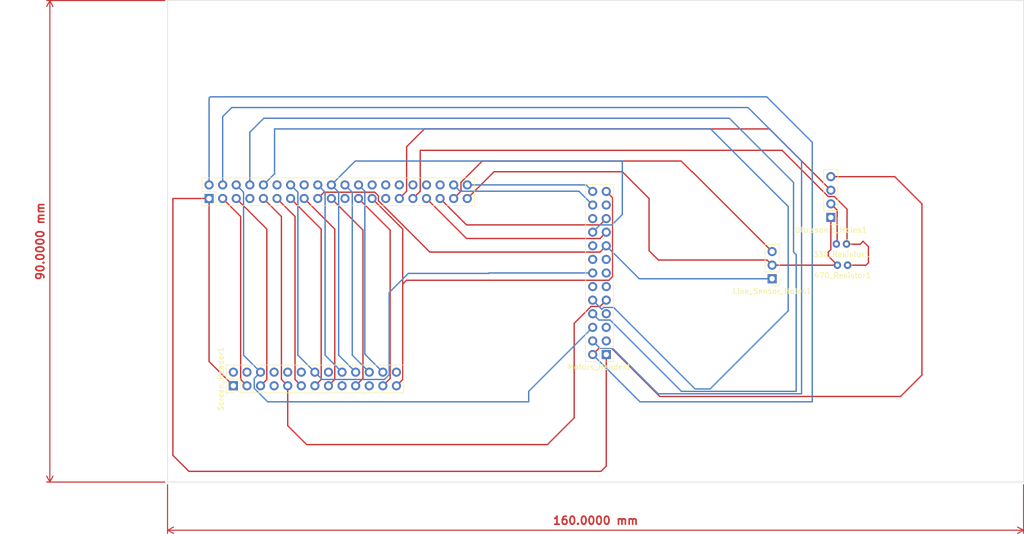
<source format=kicad_pcb>
(kicad_pcb (version 20221018) (generator pcbnew)
  (layers (0 "F.Cu" signal) (31 "B.Cu" signal) (34 "B.Paste" user) (35 "F.Paste" user) (36 "B.SilkS" user "B.Silkscreen") (37 "F.SilkS" user "F.Silkscreen") (38 "B.Mask" user) (39 "F.Mask" user) (44 "Edge.Cuts" user))
  (net 0 "")
  (net 1 "Net-(J1-GCLK2{slash}GPIO6)")
  (net 2 "Net-(Ultrasonic_Holes1-Echo)")
  (net 3 "Net-(Screen_Header1-3.3V_Power)")
  (net 4 "Net-(J1-SDA{slash}GPIO2)")
  (net 5 "Net-(Ultrasonic_Holes1-VCC)")
  (net 6 "Net-(J1-SCL{slash}GPIO3)")
  (net 8 "Net-(J1-GPIO14{slash}TXD)")
  (net 9 "Net-(J1-GPIO15{slash}RXD)")
  (net 10 "Net-(J1-GPIO17)")
  (net 12 "Net-(J1-GPIO27)")
  (net 13 "Net-(J1-GPIO22)")
  (net 15 "Net-(J1-5V-Pad4)")
  (net 16 "Net-(J1-GPIO24)")
  (net 17 "Net-(J1-MOSI0{slash}GPIO10)")
  (net 19 "Net-(J1-GPIO25)")
  (net 20 "Net-(J1-SCLK0{slash}GPIO11)")
  (net 21 "Net-(J1-~{CE0}{slash}GPIO8)")
  (net 25 "Net-(J1-GCLK1{slash}GPIO5)")
  (net 28 "Net-(J1-PWM1{slash}GPIO13)")
  (net 30 "Net-(J1-GPIO19{slash}MISO1)")
  (net 32 "Net-(J1-GPIO26)")
  (net 33 "Net-(J1-GPIO20{slash}MOSI1)")
  (net 34 "Net-(J1-GPIO21{slash}SCLK1)")
  (net 35 "Net-(J1-GND-Pad6)")
  (net 36 "Net-(J1-GND-Pad9)")
  (net 37 "Net-(J1-GND-Pad14)")
  (net 38 "Net-(Line_Sensor_Holes1-VCC)")
  (net 39 "Net-(J1-GND-Pad20)")
  (net 40 "Net-(J1-GND-Pad25)")
  (net 62 "Net-(Line_Sensor_Holes1-Ground)")
  (footprint "Connector_PinHeader_2.54mm:PinHeader_1x04_P2.54mm_Vertical" (layer "F.Cu") (at 202.975 112.54 180)
    (fp_text reference "Ultrasonic_Holes1" (at 0 -2.33 180) (layer "F.SilkS"))
    (fp_text value "Conn_01x04_Socket")
    (fp_line (start -1.33 -1.33) (end 0 -1.33) (stroke (width 0.12)) (layer "F.SilkS"))
    (fp_line (start -1.33 0) (end -1.33 -1.33) (stroke (width 0.12)) (layer "F.SilkS"))
    (fp_line (start -1.33 1.27) (end -1.33 8.95) (stroke (width 0.12)) (layer "F.SilkS"))
    (fp_line (start -1.33 1.27) (end 1.33 1.27) (stroke (width 0.12)) (layer "F.SilkS"))
    (fp_line (start -1.33 8.95) (end 1.33 8.95) (stroke (width 0.12)) (layer "F.SilkS"))
    (fp_line (start 1.33 1.27) (end 1.33 8.95) (stroke (width 0.12)) (layer "F.SilkS"))
    (pad "1" thru_hole rect (at 0 0 180) (size 1.7 1.7) (drill 1) (layers "*.Cu" "*.Mask") (net 62 "Net-(Line_Sensor_Holes1-Ground)"))
    (pad "2" thru_hole oval (at 0 2.54 180) (size 1.7 1.7) (drill 1) (layers "*.Cu" "*.Mask") (net 2 "Net-(Ultrasonic_Holes1-Echo)"))
    (pad "3" thru_hole oval (at 0 5.08 180) (size 1.7 1.7) (drill 1) (layers "*.Cu" "*.Mask") (net 25 "Net-(J1-GCLK1{slash}GPIO5)"))
    (pad "4" thru_hole oval (at 0 7.62 180) (size 1.7 1.7) (drill 1) (layers "*.Cu" "*.Mask") (net 5 "Net-(Ultrasonic_Holes1-VCC)"))
  )
  (footprint "Connector_PinHeader_2.54mm:PinHeader_2x13_P2.54mm_Vertical" (layer "F.Cu") (at 161 138.16 180)
    (fp_text reference "Motors_Header1" (at 1.27 -2.33 180) (layer "F.SilkS"))
    (fp_text value "Conn_02x13_Odd_Even")
    (fp_line (start -1.33 -1.33) (end 0 -1.33) (stroke (width 0.12)) (layer "F.SilkS"))
    (fp_line (start -1.33 0) (end -1.33 -1.33) (stroke (width 0.12)) (layer "F.SilkS"))
    (fp_line (start -1.33 1.27) (end -1.33 31.81) (stroke (width 0.12)) (layer "F.SilkS"))
    (fp_line (start -1.33 1.27) (end 1.27 1.27) (stroke (width 0.12)) (layer "F.SilkS"))
    (fp_line (start -1.33 31.81) (end 3.87 31.81) (stroke (width 0.12)) (layer "F.SilkS"))
    (fp_line (start 1.27 -1.33) (end 3.87 -1.33) (stroke (width 0.12)) (layer "F.SilkS"))
    (fp_line (start 1.27 1.27) (end 1.27 -1.33) (stroke (width 0.12)) (layer "F.SilkS"))
    (fp_line (start 3.87 -1.33) (end 3.87 31.81) (stroke (width 0.12)) (layer "F.SilkS"))
    (pad "1" thru_hole rect (at 0 0 180) (size 1.7 1.7) (drill 1) (layers "*.Cu" "*.Mask") (net 3 "Net-(Screen_Header1-3.3V_Power)"))
    (pad "2" thru_hole oval (at 2.54 0 180) (size 1.7 1.7) (drill 1) (layers "*.Cu" "*.Mask") (net 5 "Net-(Ultrasonic_Holes1-VCC)"))
    (pad "3" thru_hole oval (at 0 2.54 180) (size 1.7 1.7) (drill 1) (layers "*.Cu" "*.Mask"))
    (pad "4" thru_hole oval (at 2.54 2.54 180) (size 1.7 1.7) (drill 1) (layers "*.Cu" "*.Mask") (net 15 "Net-(J1-5V-Pad4)"))
    (pad "5" thru_hole oval (at 0 5.08 180) (size 1.7 1.7) (drill 1) (layers "*.Cu" "*.Mask"))
    (pad "6" thru_hole oval (at 2.54 5.08 180) (size 1.7 1.7) (drill 1) (layers "*.Cu" "*.Mask") (net 35 "Net-(J1-GND-Pad6)"))
    (pad "7" thru_hole oval (at 0 7.62 180) (size 1.7 1.7) (drill 1) (layers "*.Cu" "*.Mask"))
    (pad "8" thru_hole oval (at 2.54 7.62 180) (size 1.7 1.7) (drill 1) (layers "*.Cu" "*.Mask") (net 8 "Net-(J1-GPIO14{slash}TXD)"))
    (pad "9" thru_hole oval (at 0 10.16 180) (size 1.7 1.7) (drill 1) (layers "*.Cu" "*.Mask") (net 36 "Net-(J1-GND-Pad9)"))
    (pad "10" thru_hole oval (at 2.54 10.16 180) (size 1.7 1.7) (drill 1) (layers "*.Cu" "*.Mask") (net 9 "Net-(J1-GPIO15{slash}RXD)"))
    (pad "11" thru_hole oval (at 0 12.7 180) (size 1.7 1.7) (drill 1) (layers "*.Cu" "*.Mask"))
    (pad "12" thru_hole oval (at 2.54 12.7 180) (size 1.7 1.7) (drill 1) (layers "*.Cu" "*.Mask"))
    (pad "13" thru_hole oval (at 0 15.24 180) (size 1.7 1.7) (drill 1) (layers "*.Cu" "*.Mask"))
    (pad "14" thru_hole oval (at 2.54 15.24 180) (size 1.7 1.7) (drill 1) (layers "*.Cu" "*.Mask") (net 37 "Net-(J1-GND-Pad14)"))
    (pad "15" thru_hole oval (at 0 17.78 180) (size 1.7 1.7) (drill 1) (layers "*.Cu" "*.Mask"))
    (pad "16" thru_hole oval (at 2.54 17.78 180) (size 1.7 1.7) (drill 1) (layers "*.Cu" "*.Mask"))
    (pad "17" thru_hole oval (at 0 20.32 180) (size 1.7 1.7) (drill 1) (layers "*.Cu" "*.Mask") (net 38 "Net-(Line_Sensor_Holes1-VCC)"))
    (pad "18" thru_hole oval (at 2.54 20.32 180) (size 1.7 1.7) (drill 1) (layers "*.Cu" "*.Mask"))
    (pad "19" thru_hole oval (at 0 22.86 180) (size 1.7 1.7) (drill 1) (layers "*.Cu" "*.Mask") (net 28 "Net-(J1-PWM1{slash}GPIO13)"))
    (pad "20" thru_hole oval (at 2.54 22.86 180) (size 1.7 1.7) (drill 1) (layers "*.Cu" "*.Mask") (net 39 "Net-(J1-GND-Pad20)"))
    (pad "21" thru_hole oval (at 0 25.4 180) (size 1.7 1.7) (drill 1) (layers "*.Cu" "*.Mask") (net 30 "Net-(J1-GPIO19{slash}MISO1)"))
    (pad "22" thru_hole oval (at 2.54 25.4 180) (size 1.7 1.7) (drill 1) (layers "*.Cu" "*.Mask"))
    (pad "23" thru_hole oval (at 0 27.94 180) (size 1.7 1.7) (drill 1) (layers "*.Cu" "*.Mask"))
    (pad "24" thru_hole oval (at 2.54 27.94 180) (size 1.7 1.7) (drill 1) (layers "*.Cu" "*.Mask") (net 33 "Net-(J1-GPIO20{slash}MOSI1)"))
    (pad "25" thru_hole oval (at 0 30.48 180) (size 1.7 1.7) (drill 1) (layers "*.Cu" "*.Mask") (net 40 "Net-(J1-GND-Pad25)"))
    (pad "26" thru_hole oval (at 2.54 30.48 180) (size 1.7 1.7) (drill 1) (layers "*.Cu" "*.Mask") (net 34 "Net-(J1-GPIO21{slash}SCLK1)"))
  )
  (footprint "Connector_PinHeader_2.54mm:PinHeader_2x20_P2.54mm_Vertical" (layer "F.Cu") (at 86.76 109 90)
    (fp_text reference "J1" hide)
    (fp_text value "Raspberry_Pi_2_3")
    (fp_line (start -1.33 -1.33) (end 0 -1.33) (stroke (width 0.12)) (layer "F.SilkS"))
    (fp_line (start -1.33 0) (end -1.33 -1.33) (stroke (width 0.12)) (layer "F.SilkS"))
    (fp_line (start -1.33 1.27) (end -1.33 49.59) (stroke (width 0.12)) (layer "F.SilkS"))
    (fp_line (start -1.33 1.27) (end 1.27 1.27) (stroke (width 0.12)) (layer "F.SilkS"))
    (fp_line (start -1.33 49.59) (end 3.87 49.59) (stroke (width 0.12)) (layer "F.SilkS"))
    (fp_line (start 1.27 -1.33) (end 3.87 -1.33) (stroke (width 0.12)) (layer "F.SilkS"))
    (fp_line (start 1.27 1.27) (end 1.27 -1.33) (stroke (width 0.12)) (layer "F.SilkS"))
    (fp_line (start 3.87 -1.33) (end 3.87 49.59) (stroke (width 0.12)) (layer "F.SilkS"))
    (pad "1" thru_hole rect (at 0 0 90) (size 1.7 1.7) (drill 1) (layers "*.Cu" "*.Mask") (net 3 "Net-(Screen_Header1-3.3V_Power)"))
    (pad "2" thru_hole oval (at 2.54 0 90) (size 1.7 1.7) (drill 1) (layers "*.Cu" "*.Mask") (net 5 "Net-(Ultrasonic_Holes1-VCC)"))
    (pad "3" thru_hole oval (at 0 2.54 90) (size 1.7 1.7) (drill 1) (layers "*.Cu" "*.Mask") (net 4 "Net-(J1-SDA{slash}GPIO2)"))
    (pad "4" thru_hole oval (at 2.54 2.54 90) (size 1.7 1.7) (drill 1) (layers "*.Cu" "*.Mask") (net 15 "Net-(J1-5V-Pad4)"))
    (pad "5" thru_hole oval (at 0 5.08 90) (size 1.7 1.7) (drill 1) (layers "*.Cu" "*.Mask") (net 6 "Net-(J1-SCL{slash}GPIO3)"))
    (pad "6" thru_hole oval (at 2.54 5.08 90) (size 1.7 1.7) (drill 1) (layers "*.Cu" "*.Mask") (net 35 "Net-(J1-GND-Pad6)"))
    (pad "7" thru_hole oval (at 0 7.62 90) (size 1.7 1.7) (drill 1) (layers "*.Cu" "*.Mask"))
    (pad "8" thru_hole oval (at 2.54 7.62 90) (size 1.7 1.7) (drill 1) (layers "*.Cu" "*.Mask") (net 8 "Net-(J1-GPIO14{slash}TXD)"))
    (pad "9" thru_hole oval (at 0 10.16 90) (size 1.7 1.7) (drill 1) (layers "*.Cu" "*.Mask") (net 36 "Net-(J1-GND-Pad9)"))
    (pad "10" thru_hole oval (at 2.54 10.16 90) (size 1.7 1.7) (drill 1) (layers "*.Cu" "*.Mask") (net 9 "Net-(J1-GPIO15{slash}RXD)"))
    (pad "11" thru_hole oval (at 0 12.7 90) (size 1.7 1.7) (drill 1) (layers "*.Cu" "*.Mask") (net 10 "Net-(J1-GPIO17)"))
    (pad "12" thru_hole oval (at 2.54 12.7 90) (size 1.7 1.7) (drill 1) (layers "*.Cu" "*.Mask"))
    (pad "13" thru_hole oval (at 0 15.24 90) (size 1.7 1.7) (drill 1) (layers "*.Cu" "*.Mask") (net 12 "Net-(J1-GPIO27)"))
    (pad "14" thru_hole oval (at 2.54 15.24 90) (size 1.7 1.7) (drill 1) (layers "*.Cu" "*.Mask") (net 37 "Net-(J1-GND-Pad14)"))
    (pad "15" thru_hole oval (at 0 17.78 90) (size 1.7 1.7) (drill 1) (layers "*.Cu" "*.Mask") (net 13 "Net-(J1-GPIO22)"))
    (pad "16" thru_hole oval (at 2.54 17.78 90) (size 1.7 1.7) (drill 1) (layers "*.Cu" "*.Mask"))
    (pad "17" thru_hole oval (at 0 20.32 90) (size 1.7 1.7) (drill 1) (layers "*.Cu" "*.Mask") (net 38 "Net-(Line_Sensor_Holes1-VCC)"))
    (pad "18" thru_hole oval (at 2.54 20.32 90) (size 1.7 1.7) (drill 1) (layers "*.Cu" "*.Mask") (net 16 "Net-(J1-GPIO24)"))
    (pad "19" thru_hole oval (at 0 22.86 90) (size 1.7 1.7) (drill 1) (layers "*.Cu" "*.Mask") (net 17 "Net-(J1-MOSI0{slash}GPIO10)"))
    (pad "20" thru_hole oval (at 2.54 22.86 90) (size 1.7 1.7) (drill 1) (layers "*.Cu" "*.Mask") (net 39 "Net-(J1-GND-Pad20)"))
    (pad "21" thru_hole oval (at 0 25.4 90) (size 1.7 1.7) (drill 1) (layers "*.Cu" "*.Mask"))
    (pad "22" thru_hole oval (at 2.54 25.4 90) (size 1.7 1.7) (drill 1) (layers "*.Cu" "*.Mask") (net 19 "Net-(J1-GPIO25)"))
    (pad "23" thru_hole oval (at 0 27.94 90) (size 1.7 1.7) (drill 1) (layers "*.Cu" "*.Mask") (net 20 "Net-(J1-SCLK0{slash}GPIO11)"))
    (pad "24" thru_hole oval (at 2.54 27.94 90) (size 1.7 1.7) (drill 1) (layers "*.Cu" "*.Mask") (net 21 "Net-(J1-~{CE0}{slash}GPIO8)"))
    (pad "25" thru_hole oval (at 0 30.48 90) (size 1.7 1.7) (drill 1) (layers "*.Cu" "*.Mask") (net 40 "Net-(J1-GND-Pad25)"))
    (pad "26" thru_hole oval (at 2.54 30.48 90) (size 1.7 1.7) (drill 1) (layers "*.Cu" "*.Mask"))
    (pad "27" thru_hole oval (at 0 33.02 90) (size 1.7 1.7) (drill 1) (layers "*.Cu" "*.Mask"))
    (pad "28" thru_hole oval (at 2.54 33.02 90) (size 1.7 1.7) (drill 1) (layers "*.Cu" "*.Mask"))
    (pad "29" thru_hole oval (at 0 35.56 90) (size 1.7 1.7) (drill 1) (layers "*.Cu" "*.Mask") (net 25 "Net-(J1-GCLK1{slash}GPIO5)"))
    (pad "30" thru_hole oval (at 2.54 35.56 90) (size 1.7 1.7) (drill 1) (layers "*.Cu" "*.Mask"))
    (pad "31" thru_hole oval (at 0 38.1 90) (size 1.7 1.7) (drill 1) (layers "*.Cu" "*.Mask") (net 1 "Net-(J1-GCLK2{slash}GPIO6)"))
    (pad "32" thru_hole oval (at 2.54 38.1 90) (size 1.7 1.7) (drill 1) (layers "*.Cu" "*.Mask"))
    (pad "33" thru_hole oval (at 0 40.64 90) (size 1.7 1.7) (drill 1) (layers "*.Cu" "*.Mask") (net 28 "Net-(J1-PWM1{slash}GPIO13)"))
    (pad "34" thru_hole oval (at 2.54 40.64 90) (size 1.7 1.7) (drill 1) (layers "*.Cu" "*.Mask"))
    (pad "35" thru_hole oval (at 0 43.18 90) (size 1.7 1.7) (drill 1) (layers "*.Cu" "*.Mask") (net 30 "Net-(J1-GPIO19{slash}MISO1)"))
    (pad "36" thru_hole oval (at 2.54 43.18 90) (size 1.7 1.7) (drill 1) (layers "*.Cu" "*.Mask"))
    (pad "37" thru_hole oval (at 0 45.72 90) (size 1.7 1.7) (drill 1) (layers "*.Cu" "*.Mask") (net 32 "Net-(J1-GPIO26)"))
    (pad "38" thru_hole oval (at 2.54 45.72 90) (size 1.7 1.7) (drill 1) (layers "*.Cu" "*.Mask") (net 33 "Net-(J1-GPIO20{slash}MOSI1)"))
    (pad "39" thru_hole oval (at 0 48.26 90) (size 1.7 1.7) (drill 1) (layers "*.Cu" "*.Mask") (net 62 "Net-(Line_Sensor_Holes1-Ground)"))
    (pad "40" thru_hole oval (at 2.54 48.26 90) (size 1.7 1.7) (drill 1) (layers "*.Cu" "*.Mask") (net 34 "Net-(J1-GPIO21{slash}SCLK1)"))
  )
  (footprint "Resistor_THT:R_Axial_DIN0204_L3.6mm_D1.6mm_P1.90mm_Vertical" (layer "F.Cu") (at 205.9 117.5 180)
    (fp_text reference "330_Resistor1" (at 0.95 -1.92) (layer "F.SilkS"))
    (fp_text value "R_Small" hide)
    (fp_arc (start 0.320095 0.749359) (mid -0.813042 -0.054435) (end 0.417133 -0.7) (stroke (width 0.12)) (layer "F.SilkS"))
    (pad "1" thru_hole circle (at 0 0 180) (size 1.4 1.4) (drill 0.7) (layers "*.Cu" "*.Mask") (net 1 "Net-(J1-GCLK2{slash}GPIO6)"))
    (pad "2" thru_hole oval (at 1.9 0 180) (size 1.4 1.4) (drill 0.7) (layers "*.Cu" "*.Mask") (net 2 "Net-(Ultrasonic_Holes1-Echo)"))
  )
  (footprint "Connector_PinHeader_2.54mm:PinHeader_2x13_P2.54mm_Vertical" (layer "F.Cu") (at 91.3 144 90)
    (fp_text reference "Screen_Header1" (at 1.27 -2.33 90) (layer "F.SilkS"))
    (fp_text value "Conn_02x13_Odd_Even")
    (fp_line (start -1.33 -1.33) (end 0 -1.33) (stroke (width 0.12)) (layer "F.SilkS"))
    (fp_line (start -1.33 0) (end -1.33 -1.33) (stroke (width 0.12)) (layer "F.SilkS"))
    (fp_line (start -1.33 1.27) (end -1.33 31.81) (stroke (width 0.12)) (layer "F.SilkS"))
    (fp_line (start -1.33 1.27) (end 1.27 1.27) (stroke (width 0.12)) (layer "F.SilkS"))
    (fp_line (start -1.33 31.81) (end 3.87 31.81) (stroke (width 0.12)) (layer "F.SilkS"))
    (fp_line (start 1.27 -1.33) (end 3.87 -1.33) (stroke (width 0.12)) (layer "F.SilkS"))
    (fp_line (start 1.27 1.27) (end 1.27 -1.33) (stroke (width 0.12)) (layer "F.SilkS"))
    (fp_line (start 3.87 -1.33) (end 3.87 31.81) (stroke (width 0.12)) (layer "F.SilkS"))
    (pad "1" thru_hole rect (at 0 0 90) (size 1.7 1.7) (drill 1) (layers "*.Cu" "*.Mask") (net 3 "Net-(Screen_Header1-3.3V_Power)"))
    (pad "2" thru_hole oval (at 2.54 0 90) (size 1.7 1.7) (drill 1) (layers "*.Cu" "*.Mask"))
    (pad "3" thru_hole oval (at 0 2.54 90) (size 1.7 1.7) (drill 1) (layers "*.Cu" "*.Mask") (net 4 "Net-(J1-SDA{slash}GPIO2)"))
    (pad "4" thru_hole oval (at 2.54 2.54 90) (size 1.7 1.7) (drill 1) (layers "*.Cu" "*.Mask"))
    (pad "5" thru_hole oval (at 0 5.08 90) (size 1.7 1.7) (drill 1) (layers "*.Cu" "*.Mask") (net 6 "Net-(J1-SCL{slash}GPIO3)"))
    (pad "6" thru_hole oval (at 2.54 5.08 90) (size 1.7 1.7) (drill 1) (layers "*.Cu" "*.Mask") (net 35 "Net-(J1-GND-Pad6)"))
    (pad "7" thru_hole oval (at 0 7.62 90) (size 1.7 1.7) (drill 1) (layers "*.Cu" "*.Mask"))
    (pad "8" thru_hole oval (at 2.54 7.62 90) (size 1.7 1.7) (drill 1) (layers "*.Cu" "*.Mask"))
    (pad "9" thru_hole oval (at 0 10.16 90) (size 1.7 1.7) (drill 1) (layers "*.Cu" "*.Mask") (net 36 "Net-(J1-GND-Pad9)"))
    (pad "10" thru_hole oval (at 2.54 10.16 90) (size 1.7 1.7) (drill 1) (layers "*.Cu" "*.Mask"))
    (pad "11" thru_hole oval (at 0 12.7 90) (size 1.7 1.7) (drill 1) (layers "*.Cu" "*.Mask") (net 10 "Net-(J1-GPIO17)"))
    (pad "12" thru_hole oval (at 2.54 12.7 90) (size 1.7 1.7) (drill 1) (layers "*.Cu" "*.Mask"))
    (pad "13" thru_hole oval (at 0 15.24 90) (size 1.7 1.7) (drill 1) (layers "*.Cu" "*.Mask") (net 12 "Net-(J1-GPIO27)"))
    (pad "14" thru_hole oval (at 2.54 15.24 90) (size 1.7 1.7) (drill 1) (layers "*.Cu" "*.Mask") (net 37 "Net-(J1-GND-Pad14)"))
    (pad "15" thru_hole oval (at 0 17.78 90) (size 1.7 1.7) (drill 1) (layers "*.Cu" "*.Mask") (net 13 "Net-(J1-GPIO22)"))
    (pad "16" thru_hole oval (at 2.54 17.78 90) (size 1.7 1.7) (drill 1) (layers "*.Cu" "*.Mask"))
    (pad "17" thru_hole oval (at 0 20.32 90) (size 1.7 1.7) (drill 1) (layers "*.Cu" "*.Mask"))
    (pad "18" thru_hole oval (at 2.54 20.32 90) (size 1.7 1.7) (drill 1) (layers "*.Cu" "*.Mask") (net 16 "Net-(J1-GPIO24)"))
    (pad "19" thru_hole oval (at 0 22.86 90) (size 1.7 1.7) (drill 1) (layers "*.Cu" "*.Mask") (net 17 "Net-(J1-MOSI0{slash}GPIO10)"))
    (pad "20" thru_hole oval (at 2.54 22.86 90) (size 1.7 1.7) (drill 1) (layers "*.Cu" "*.Mask") (net 39 "Net-(J1-GND-Pad20)"))
    (pad "21" thru_hole oval (at 0 25.4 90) (size 1.7 1.7) (drill 1) (layers "*.Cu" "*.Mask"))
    (pad "22" thru_hole oval (at 2.54 25.4 90) (size 1.7 1.7) (drill 1) (layers "*.Cu" "*.Mask") (net 19 "Net-(J1-GPIO25)"))
    (pad "23" thru_hole oval (at 0 27.94 90) (size 1.7 1.7) (drill 1) (layers "*.Cu" "*.Mask") (net 20 "Net-(J1-SCLK0{slash}GPIO11)"))
    (pad "24" thru_hole oval (at 2.54 27.94 90) (size 1.7 1.7) (drill 1) (layers "*.Cu" "*.Mask") (net 21 "Net-(J1-~{CE0}{slash}GPIO8)"))
    (pad "25" thru_hole oval (at 0 30.48 90) (size 1.7 1.7) (drill 1) (layers "*.Cu" "*.Mask") (net 40 "Net-(J1-GND-Pad25)"))
    (pad "26" thru_hole oval (at 2.54 30.48 90) (size 1.7 1.7) (drill 1) (layers "*.Cu" "*.Mask"))
  )
  (footprint "Connector_PinHeader_2.54mm:PinHeader_1x03_P2.54mm_Vertical" (layer "F.Cu") (at 192 124 180)
    (fp_text reference "Line_Sensor_Holes1" (at 0 -2.33 180) (layer "F.SilkS"))
    (fp_text value "Conn_01x03_Socket")
    (fp_line (start -1.33 -1.33) (end 0 -1.33) (stroke (width 0.12)) (layer "F.SilkS"))
    (fp_line (start -1.33 0) (end -1.33 -1.33) (stroke (width 0.12)) (layer "F.SilkS"))
    (fp_line (start -1.33 1.27) (end -1.33 6.41) (stroke (width 0.12)) (layer "F.SilkS"))
    (fp_line (start -1.33 1.27) (end 1.33 1.27) (stroke (width 0.12)) (layer "F.SilkS"))
    (fp_line (start -1.33 6.41) (end 1.33 6.41) (stroke (width 0.12)) (layer "F.SilkS"))
    (fp_line (start 1.33 1.27) (end 1.33 6.41) (stroke (width 0.12)) (layer "F.SilkS"))
    (pad "1" thru_hole rect (at 0 0 180) (size 1.7 1.7) (drill 1) (layers "*.Cu" "*.Mask") (net 38 "Net-(Line_Sensor_Holes1-VCC)"))
    (pad "2" thru_hole oval (at 0 2.54 180) (size 1.7 1.7) (drill 1) (layers "*.Cu" "*.Mask") (net 62 "Net-(Line_Sensor_Holes1-Ground)"))
    (pad "3" thru_hole oval (at 0 5.08 180) (size 1.7 1.7) (drill 1) (layers "*.Cu" "*.Mask") (net 32 "Net-(J1-GPIO26)"))
  )
  (footprint "Resistor_THT:R_Axial_DIN0204_L3.6mm_D1.6mm_P1.90mm_Vertical" (layer "F.Cu") (at 206.1 121.46 180)
    (fp_text reference "470_Resistor1" (at 0.95 -1.92) (layer "F.SilkS"))
    (fp_text value "R_Small")
    (fp_arc (start 0.320095 0.749359) (mid -0.813042 -0.054435) (end 0.417133 -0.7) (stroke (width 0.12)) (layer "F.SilkS"))
    (pad "1" thru_hole circle (at 0 0 180) (size 1.4 1.4) (drill 0.7) (layers "*.Cu" "*.Mask") (net 1 "Net-(J1-GCLK2{slash}GPIO6)"))
    (pad "2" thru_hole oval (at 1.9 0 180) (size 1.4 1.4) (drill 0.7) (layers "*.Cu" "*.Mask") (net 62 "Net-(Line_Sensor_Holes1-Ground)"))
  )
  (gr_rect (start 79 72) (end 239 162) (stroke (width 0.1)) (fill none) (layer "Edge.Cuts"))
  (dimension (type aligned) (layer "F.Cu") (pts (xy 79 162) (xy 239 162)) (height 9) (gr_text "160.0000 mm" (at 159 169.2) (layer "F.Cu") (effects (font (size 1.5 1.5) (thickness 0.3)))) (format (prefix "") (suffix "") (units 3) (units_format 1) (precision 4)) (style (thickness 0.2) (arrow_length 1.27) (text_position_mode 0) (extension_height 0.58642) (extension_offset 0.5) keep_text_aligned))
  (dimension (type aligned) (layer "F.Cu") (pts (xy 79 72) (xy 79 162)) (height 22) (gr_text "90.0000 mm" (at 55.2 117 90) (layer "F.Cu") (effects (font (size 1.5 1.5) (thickness 0.3)))) (format (prefix "") (suffix "") (units 3) (units_format 1) (precision 4)) (style (thickness 0.2) (arrow_length 1.27) (text_position_mode 0) (extension_height 0.58642) (extension_offset 0.5) keep_text_aligned))
  (segment (start 209.38 121.46) (end 209.46 121.54) (width 0.25) (layer "F.Cu") (net 1))
  (segment (start 126.225 100) (end 126.225 107.635) (width 0.25) (layer "F.Cu") (net 1))
  (segment (start 206 111) (end 203.635 108.635) (width 0.25) (layer "F.Cu") (net 1))
  (segment (start 210 118) (end 209 117) (width 0.25) (layer "F.Cu") (net 1))
  (segment (start 206 117.54) (end 206 111) (width 0.25) (layer "F.Cu") (net 1))
  (segment (start 209.46 121.54) (end 210 121) (width 0.25) (layer "F.Cu") (net 1))
  (segment (start 206.54 117.54) (end 206.5 117.5) (width 0.25) (layer "F.Cu") (net 1))
  (segment (start 202.488299 108.635) (end 193.853299 100) (width 0.25) (layer "F.Cu") (net 1))
  (segment (start 193.853299 100) (end 126.225 100) (width 0.25) (layer "F.Cu") (net 1))
  (segment (start 203.635 108.635) (end 202.488299 108.635) (width 0.25) (layer "F.Cu") (net 1))
  (segment (start 210 121) (end 210 118) (width 0.25) (layer "F.Cu") (net 1))
  (segment (start 206.5 117.5) (end 206.46 117.54) (width 0.25) (layer "F.Cu") (net 1))
  (segment (start 206.1 121.46) (end 209.38 121.46) (width 0.25) (layer "F.Cu") (net 1))
  (segment (start 126.225 107.635) (end 124.86 109) (width 0.25) (layer "F.Cu") (net 1))
  (segment (start 208.46 117.54) (end 206.54 117.54) (width 0.25) (layer "F.Cu") (net 1))
  (segment (start 209 117) (end 208.46 117.54) (width 0.25) (layer "F.Cu") (net 1))
  (segment (start 206.46 117.54) (end 206 117.54) (width 0.25) (layer "F.Cu") (net 1))
  (segment (start 204.15 111.175) (end 204.15 117.49) (width 0.25) (layer "F.Cu") (net 2))
  (segment (start 202.975 110) (end 204.15 111.175) (width 0.25) (layer "F.Cu") (net 2))
  (segment (start 204.15 117.49) (end 204.1 117.54) (width 0.25) (layer "F.Cu") (net 2))
  (segment (start 86.76 139.46) (end 86.76 109) (width 0.25) (layer "F.Cu") (net 3))
  (segment (start 91.3 144) (end 86.76 139.46) (width 0.25) (layer "F.Cu") (net 3))
  (segment (start 80 109) (end 80 157) (width 0.25) (layer "F.Cu") (net 3))
  (segment (start 86.76 109) (end 80 109) (width 0.25) (layer "F.Cu") (net 3))
  (segment (start 80 157) (end 83 160) (width 0.25) (layer "F.Cu") (net 3))
  (segment (start 161 159) (end 161 138.16) (width 0.25) (layer "F.Cu") (net 3))
  (segment (start 83 160) (end 160 160) (width 0.25) (layer "F.Cu") (net 3))
  (segment (start 160 160) (end 161 159) (width 0.25) (layer "F.Cu") (net 3))
  (segment (start 93.84 144) (end 92.665 142.825) (width 0.25) (layer "F.Cu") (net 4))
  (segment (start 92.665 112.365) (end 89.3 109) (width 0.25) (layer "F.Cu") (net 4))
  (segment (start 92.665 142.825) (end 92.665 112.365) (width 0.25) (layer "F.Cu") (net 4))
  (segment (start 202.975 104.92) (end 214.92 104.92) (width 0.25) (layer "F.Cu") (net 5))
  (segment (start 220 142) (end 216 146) (width 0.25) (layer "F.Cu") (net 5))
  (segment (start 220 110) (end 220 142) (width 0.25) (layer "F.Cu") (net 5))
  (segment (start 161.985 136.985) (end 159.635 136.985) (width 0.25) (layer "F.Cu") (net 5))
  (segment (start 159.635 136.985) (end 158.46 138.16) (width 0.25) (layer "F.Cu") (net 5))
  (segment (start 171 146) (end 161.985 136.985) (width 0.25) (layer "F.Cu") (net 5))
  (segment (start 214.92 104.92) (end 220 110) (width 0.25) (layer "F.Cu") (net 5))
  (segment (start 216 146) (end 171 146) (width 0.25) (layer "F.Cu") (net 5))
  (segment (start 199.5 147) (end 167.3 147) (width 0.25) (layer "B.Cu") (net 5))
  (segment (start 87 90) (end 191 90) (width 0.25) (layer "B.Cu") (net 5))
  (segment (start 167.3 147) (end 158.46 138.16) (width 0.25) (layer "B.Cu") (net 5))
  (segment (start 86.76 90.24) (end 87 90) (width 0.25) (layer "B.Cu") (net 5))
  (segment (start 86.76 106.46) (end 86.76 90.24) (width 0.25) (layer "B.Cu") (net 5))
  (segment (start 199.5 98.5) (end 199.5 147) (width 0.25) (layer "B.Cu") (net 5))
  (segment (start 191 90) (end 199.5 98.5) (width 0.25) (layer "B.Cu") (net 5))
  (segment (start 96.38 144) (end 97.555 142.825) (width 0.25) (layer "F.Cu") (net 6))
  (segment (start 97.555 114.715) (end 91.84 109) (width 0.25) (layer "F.Cu") (net 6))
  (segment (start 97.555 142.825) (end 97.555 114.715) (width 0.25) (layer "F.Cu") (net 6))
  (segment (start 161.715 131.715) (end 175.05 145.05) (width 0.25) (layer "B.Cu") (net 8))
  (segment (start 184 94) (end 97 94) (width 0.25) (layer "B.Cu") (net 8))
  (segment (start 159.635 131.715) (end 161.715 131.715) (width 0.25) (layer "B.Cu") (net 8))
  (segment (start 196.5 119.5) (end 196 119) (width 0.25) (layer "B.Cu") (net 8))
  (segment (start 196 119) (end 196 106) (width 0.25) (layer "B.Cu") (net 8))
  (segment (start 196.5 145.05) (end 196.5 119.5) (width 0.25) (layer "B.Cu") (net 8))
  (segment (start 158.46 130.54) (end 159.635 131.715) (width 0.25) (layer "B.Cu") (net 8))
  (segment (start 175.05 145.05) (end 196.5 145.05) (width 0.25) (layer "B.Cu") (net 8))
  (segment (start 196 106) (end 184 94) (width 0.25) (layer "B.Cu") (net 8))
  (segment (start 94.38 96.62) (end 94.38 106.46) (width 0.25) (layer "B.Cu") (net 8))
  (segment (start 97 94) (end 94.38 96.62) (width 0.25) (layer "B.Cu") (net 8))
  (segment (start 195 130) (end 195 110.5) (width 0.25) (layer "B.Cu") (net 9))
  (segment (start 158.46 128) (end 160.16915 129.70915) (width 0.25) (layer "B.Cu") (net 9))
  (segment (start 160.16915 129.70915) (end 160.513299 129.365) (width 0.25) (layer "B.Cu") (net 9))
  (segment (start 162.365 129.365) (end 177.6 144.6) (width 0.25) (layer "B.Cu") (net 9))
  (segment (start 160.513299 129.365) (end 162.365 129.365) (width 0.25) (layer "B.Cu") (net 9))
  (segment (start 99 96) (end 99 104.38) (width 0.25) (layer "B.Cu") (net 9))
  (segment (start 99 104.38) (end 96.92 106.46) (width 0.25) (layer "B.Cu") (net 9))
  (segment (start 180.5 96) (end 99 96) (width 0.25) (layer "B.Cu") (net 9))
  (segment (start 195 110.5) (end 180.5 96) (width 0.25) (layer "B.Cu") (net 9))
  (segment (start 177.6 144.6) (end 180.4 144.6) (width 0.25) (layer "B.Cu") (net 9))
  (segment (start 180.4 144.6) (end 195 130) (width 0.25) (layer "B.Cu") (net 9))
  (segment (start 104 144) (end 102.825 142.825) (width 0.25) (layer "F.Cu") (net 10))
  (segment (start 102.825 112.365) (end 99.46 109) (width 0.25) (layer "F.Cu") (net 10))
  (segment (start 102.825 142.825) (end 102.825 112.365) (width 0.25) (layer "F.Cu") (net 10))
  (segment (start 107.715 142.825) (end 107.715 114.715) (width 0.25) (layer "F.Cu") (net 12))
  (segment (start 106.54 144) (end 107.715 142.825) (width 0.25) (layer "F.Cu") (net 12))
  (segment (start 107.715 114.715) (end 102 109) (width 0.25) (layer "F.Cu") (net 12))
  (segment (start 110.255 114.715) (end 104.54 109) (width 0.25) (layer "F.Cu") (net 13))
  (segment (start 109.08 144) (end 110.255 142.825) (width 0.25) (layer "F.Cu") (net 13))
  (segment (start 110.255 142.825) (end 110.255 114.715) (width 0.25) (layer "F.Cu") (net 13))
  (segment (start 162.175 136.985) (end 170.69 145.5) (width 0.25) (layer "B.Cu") (net 15))
  (segment (start 170.69 145.5) (end 197.5 145.5) (width 0.25) (layer "B.Cu") (net 15))
  (segment (start 159.825 136.985) (end 162.175 136.985) (width 0.25) (layer "B.Cu") (net 15))
  (segment (start 197.5 145.5) (end 197.5 102) (width 0.25) (layer "B.Cu") (net 15))
  (segment (start 89.3 93.7) (end 89.3 106.46) (width 0.25) (layer "B.Cu") (net 15))
  (segment (start 197.5 102) (end 187.5 92) (width 0.25) (layer "B.Cu") (net 15))
  (segment (start 187.5 92) (end 91 92) (width 0.25) (layer "B.Cu") (net 15))
  (segment (start 91 92) (end 89.3 93.7) (width 0.25) (layer "B.Cu") (net 15))
  (segment (start 158.46 135.62) (end 159.825 136.985) (width 0.25) (layer "B.Cu") (net 15))
  (segment (start 108.445 138.285) (end 108.445 107.825) (width 0.25) (layer "B.Cu") (net 16))
  (segment (start 111.62 141.46) (end 108.445 138.285) (width 0.25) (layer "B.Cu") (net 16))
  (segment (start 108.445 107.825) (end 107.08 106.46) (width 0.25) (layer "B.Cu") (net 16))
  (segment (start 115.525 142.635) (end 115.525 114.905) (width 0.25) (layer "F.Cu") (net 17))
  (segment (start 115.525 114.905) (end 109.62 109) (width 0.25) (layer "F.Cu") (net 17))
  (segment (start 114.16 144) (end 115.525 142.635) (width 0.25) (layer "F.Cu") (net 17))
  (segment (start 113.525 107.825) (end 112.16 106.46) (width 0.25) (layer "B.Cu") (net 19))
  (segment (start 116.7 141.46) (end 113.525 138.285) (width 0.25) (layer "B.Cu") (net 19))
  (segment (start 113.525 138.285) (end 113.525 107.825) (width 0.25) (layer "B.Cu") (net 19))
  (segment (start 119.24 144) (end 120.605 142.635) (width 0.25) (layer "F.Cu") (net 20))
  (segment (start 120.605 142.635) (end 120.605 114.905) (width 0.25) (layer "F.Cu") (net 20))
  (segment (start 120.605 114.905) (end 114.7 109) (width 0.25) (layer "F.Cu") (net 20))
  (segment (start 115.875 107.635) (end 114.7 106.46) (width 0.25) (layer "B.Cu") (net 21))
  (segment (start 119.24 141.46) (end 115.875 138.095) (width 0.25) (layer "B.Cu") (net 21))
  (segment (start 115.875 138.095) (end 115.875 107.635) (width 0.25) (layer "B.Cu") (net 21))
  (segment (start 191.515 96) (end 127 96) (width 0.25) (layer "F.Cu") (net 25))
  (segment (start 127 96) (end 123.685 99.315) (width 0.25) (layer "F.Cu") (net 25))
  (segment (start 123.685 107.635) (end 122.32 109) (width 0.25) (layer "F.Cu") (net 25))
  (segment (start 202.975 107.46) (end 191.515 96) (width 0.25) (layer "F.Cu") (net 25))
  (segment (start 123.685 99.315) (end 123.685 107.635) (width 0.25) (layer "F.Cu") (net 25))
  (segment (start 159.825 116.475) (end 134.875 116.475) (width 0.25) (layer "F.Cu") (net 28))
  (segment (start 161 115.3) (end 159.825 116.475) (width 0.25) (layer "F.Cu") (net 28))
  (segment (start 134.875 116.475) (end 127.4 109) (width 0.25) (layer "F.Cu") (net 28))
  (segment (start 159.825 113.935) (end 134.875 113.935) (width 0.25) (layer "F.Cu") (net 30))
  (segment (start 134.875 113.935) (end 129.94 109) (width 0.25) (layer "F.Cu") (net 30))
  (segment (start 161 112.76) (end 159.825 113.935) (width 0.25) (layer "F.Cu") (net 30))
  (segment (start 192 118.92) (end 177.08 104) (width 0.25) (layer "F.Cu") (net 32))
  (segment (start 133.845 105.973299) (end 133.845 107.635) (width 0.25) (layer "F.Cu") (net 32))
  (segment (start 175 102) (end 137.818299 102) (width 0.25) (layer "F.Cu") (net 32))
  (segment (start 177.08 104) (end 177 104) (width 0.25) (layer "F.Cu") (net 32))
  (segment (start 133.845 107.635) (end 132.48 109) (width 0.25) (layer "F.Cu") (net 32))
  (segment (start 177 104) (end 175 102) (width 0.25) (layer "F.Cu") (net 32))
  (segment (start 137.818299 102) (end 133.845 105.973299) (width 0.25) (layer "F.Cu") (net 32))
  (segment (start 155.875 107.635) (end 158.46 110.22) (width 0.25) (layer "B.Cu") (net 33))
  (segment (start 133.655 107.635) (end 155.875 107.635) (width 0.25) (layer "B.Cu") (net 33))
  (segment (start 132.48 106.46) (end 133.655 107.635) (width 0.25) (layer "B.Cu") (net 33))
  (segment (start 157.24 106.46) (end 158.46 107.68) (width 0.25) (layer "B.Cu") (net 34))
  (segment (start 135.02 106.46) (end 157.24 106.46) (width 0.25) (layer "B.Cu") (net 34))
  (segment (start 97.718299 147) (end 95.205 144.486701) (width 0.25) (layer "B.Cu") (net 35))
  (segment (start 146.5 147) (end 97.718299 147) (width 0.25) (layer "B.Cu") (net 35))
  (segment (start 93.205 107.825) (end 91.84 106.46) (width 0.25) (layer "B.Cu") (net 35))
  (segment (start 146.5 145.04) (end 146.5 147) (width 0.25) (layer "B.Cu") (net 35))
  (segment (start 95.205 142.635) (end 96.38 141.46) (width 0.25) (layer "B.Cu") (net 35))
  (segment (start 95.205 144.486701) (end 95.205 142.635) (width 0.25) (layer "B.Cu") (net 35))
  (segment (start 96.38 141.46) (end 93.205 138.285) (width 0.25) (layer "B.Cu") (net 35))
  (segment (start 93.205 138.285) (end 93.205 107.825) (width 0.25) (layer "B.Cu") (net 35))
  (segment (start 158.46 133.08) (end 146.5 145.04) (width 0.25) (layer "B.Cu") (net 35))
  (segment (start 105 155) (end 101.46 151.46) (width 0.25) (layer "F.Cu") (net 36))
  (segment (start 101.46 144) (end 100.285 142.825) (width 0.25) (layer "F.Cu") (net 36))
  (segment (start 155 150) (end 150 155) (width 0.25) (layer "F.Cu") (net 36))
  (segment (start 101.46 151.46) (end 101.46 144) (width 0.25) (layer "F.Cu") (net 36))
  (segment (start 100.285 142.825) (end 100.285 112.365) (width 0.25) (layer "F.Cu") (net 36))
  (segment (start 155 132.338299) (end 155 150) (width 0.25) (layer "F.Cu") (net 36))
  (segment (start 159.825 129.175) (end 158.163299 129.175) (width 0.25) (layer "F.Cu") (net 36))
  (segment (start 100.285 112.365) (end 96.92 109) (width 0.25) (layer "F.Cu") (net 36))
  (segment (start 150 155) (end 105 155) (width 0.25) (layer "F.Cu") (net 36))
  (segment (start 158.163299 129.175) (end 155 132.338299) (width 0.25) (layer "F.Cu") (net 36))
  (segment (start 161 128) (end 159.825 129.175) (width 0.25) (layer "F.Cu") (net 36))
  (segment (start 103.365 107.825) (end 102 106.46) (width 0.25) (layer "B.Cu") (net 37))
  (segment (start 119.536701 142.825) (end 107.905 142.825) (width 0.25) (layer "B.Cu") (net 37))
  (segment (start 120.415 126.585) (end 120.415 141.946701) (width 0.25) (layer "B.Cu") (net 37))
  (segment (start 106.54 141.46) (end 103.365 138.285) (width 0.25) (layer "B.Cu") (net 37))
  (segment (start 120.415 141.946701) (end 119.536701 142.825) (width 0.25) (layer "B.Cu") (net 37))
  (segment (start 103.365 138.285) (end 103.365 107.825) (width 0.25) (layer "B.Cu") (net 37))
  (segment (start 139.08 122.92) (end 139 123) (width 0.25) (layer "B.Cu") (net 37))
  (segment (start 158.46 122.92) (end 139.08 122.92) (width 0.25) (layer "B.Cu") (net 37))
  (segment (start 124 123) (end 120.415 126.585) (width 0.25) (layer "B.Cu") (net 37))
  (segment (start 139 123) (end 124 123) (width 0.25) (layer "B.Cu") (net 37))
  (segment (start 107.905 142.825) (end 106.54 141.46) (width 0.25) (layer "B.Cu") (net 37))
  (segment (start 159.825 119.015) (end 128.015 119.015) (width 0.25) (layer "F.Cu") (net 38))
  (segment (start 118.415 109.415) (end 118.415 108.513299) (width 0.25) (layer "F.Cu") (net 38))
  (segment (start 117.726701 107.825) (end 108.255 107.825) (width 0.25) (layer "F.Cu") (net 38))
  (segment (start 108.255 107.825) (end 107.08 109) (width 0.25) (layer "F.Cu") (net 38))
  (segment (start 118.415 108.513299) (end 117.726701 107.825) (width 0.25) (layer "F.Cu") (net 38))
  (segment (start 128.015 119.015) (end 118.415 109.415) (width 0.25) (layer "F.Cu") (net 38))
  (segment (start 161 117.84) (end 159.825 119.015) (width 0.25) (layer "F.Cu") (net 38))
  (segment (start 192 124) (end 167.16 124) (width 0.25) (layer "B.Cu") (net 38))
  (segment (start 167.16 124) (end 161 117.84) (width 0.25) (layer "B.Cu") (net 38))
  (segment (start 162.065 113.935) (end 164 112) (width 0.25) (layer "B.Cu") (net 39))
  (segment (start 110.985 138.285) (end 110.985 107.825) (width 0.25) (layer "B.Cu") (net 39))
  (segment (start 114.08 102) (end 109.62 106.46) (width 0.25) (layer "B.Cu") (net 39))
  (segment (start 164 112) (end 164 102) (width 0.25) (layer "B.Cu") (net 39))
  (segment (start 114.16 141.46) (end 110.985 138.285) (width 0.25) (layer "B.Cu") (net 39))
  (segment (start 158.46 115.3) (end 159.825 113.935) (width 0.25) (layer "B.Cu") (net 39))
  (segment (start 164 102) (end 114.08 102) (width 0.25) (layer "B.Cu") (net 39))
  (segment (start 159.825 113.935) (end 162.065 113.935) (width 0.25) (layer "B.Cu") (net 39))
  (segment (start 110.985 107.825) (end 109.62 106.46) (width 0.25) (layer "B.Cu") (net 39))
  (segment (start 162.175 108.855) (end 162.175 123.596701) (width 0.25) (layer "F.Cu") (net 40))
  (segment (start 161.486701 124.285) (end 123.67 124.285) (width 0.25) (layer "F.Cu") (net 40))
  (segment (start 162.175 123.596701) (end 161.486701 124.285) (width 0.25) (layer "F.Cu") (net 40))
  (segment (start 122.955 125) (end 122.955 142.825) (width 0.25) (layer "F.Cu") (net 40))
  (segment (start 122.955 142.825) (end 121.78 144) (width 0.25) (layer "F.Cu") (net 40))
  (segment (start 123.67 124.285) (end 122.955 125) (width 0.25) (layer "F.Cu") (net 40))
  (segment (start 122.955 114.715) (end 122.955 125) (width 0.25) (layer "F.Cu") (net 40))
  (segment (start 117.24 109) (end 122.955 114.715) (width 0.25) (layer "F.Cu") (net 40))
  (segment (start 161 107.68) (end 162.175 108.855) (width 0.25) (layer "F.Cu") (net 40))
  (segment (start 204.2 121.46) (end 202.5 119.76) (width 0.25) (layer "F.Cu") (net 62))
  (segment (start 140.02 104) (end 164 104) (width 0.25) (layer "F.Cu") (net 62))
  (segment (start 202.5 119) (end 202.975 118.525) (width 0.25) (layer "F.Cu") (net 62))
  (segment (start 170.75 120.5) (end 191.04 120.5) (width 0.25) (layer "F.Cu") (net 62))
  (segment (start 169 109) (end 169 118.75) (width 0.25) (layer "F.Cu") (net 62))
  (segment (start 135.02 109) (end 140.02 104) (width 0.25) (layer "F.Cu") (net 62))
  (segment (start 164 104) (end 169 109) (width 0.25) (layer "F.Cu") (net 62))
  (segment (start 202.975 118.525) (end 202.975 112.54) (width 0.25) (layer "F.Cu") (net 62))
  (segment (start 202.5 119.76) (end 202.5 119) (width 0.25) (layer "F.Cu") (net 62))
  (segment (start 191.04 120.5) (end 192 121.46) (width 0.25) (layer "F.Cu") (net 62))
  (segment (start 169 118.75) (end 170.75 120.5) (width 0.25) (layer "F.Cu") (net 62))
  (segment (start 192 121.46) (end 203.92 121.46) (width 0.25) (layer "F.Cu") (net 62))
)
</source>
